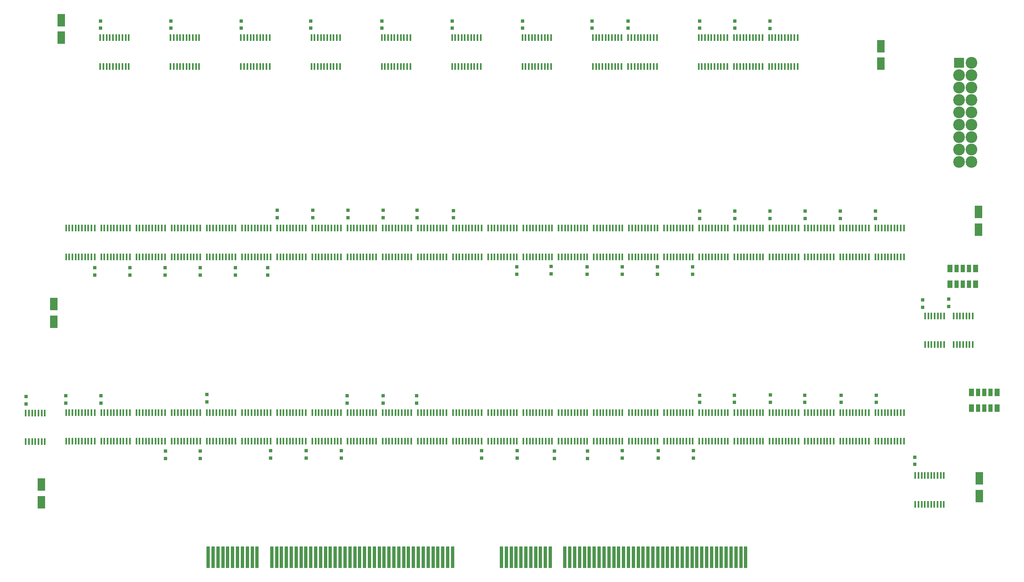
<source format=gts>
G04 #@! TF.GenerationSoftware,KiCad,Pcbnew,(5.0.0-rc2-35-gda6600525)*
G04 #@! TF.CreationDate,2018-07-08T09:44:57-07:00*
G04 #@! TF.ProjectId,shifter,736869667465722E6B696361645F7063,rev?*
G04 #@! TF.SameCoordinates,Original*
G04 #@! TF.FileFunction,Soldermask,Top*
G04 #@! TF.FilePolarity,Negative*
%FSLAX46Y46*%
G04 Gerber Fmt 4.6, Leading zero omitted, Abs format (unit mm)*
G04 Created by KiCad (PCBNEW (5.0.0-rc2-35-gda6600525)) date 07/08/18 09:44:57*
%MOMM*%
%LPD*%
G01*
G04 APERTURE LIST*
%ADD10R,0.750000X0.800000*%
%ADD11R,0.450000X1.450000*%
%ADD12R,0.700000X4.400000*%
%ADD13R,1.600000X2.600000*%
%ADD14C,2.400000*%
%ADD15R,2.000000X2.000000*%
%ADD16R,1.100000X1.500000*%
%ADD17R,0.900000X1.500000*%
G04 APERTURE END LIST*
D10*
G04 #@! TO.C,C30*
X156000000Y-53050000D03*
X156000000Y-54550000D03*
G04 #@! TD*
G04 #@! TO.C,C32*
X141600000Y-54550000D03*
X141600000Y-53050000D03*
G04 #@! TD*
G04 #@! TO.C,C33*
X84000000Y-53050000D03*
X84000000Y-54550000D03*
G04 #@! TD*
G04 #@! TO.C,C35*
X192000000Y-54550000D03*
X192000000Y-53050000D03*
G04 #@! TD*
G04 #@! TO.C,C36*
X221000000Y-54600000D03*
X221000000Y-53100000D03*
G04 #@! TD*
G04 #@! TO.C,C37*
X184600000Y-54550000D03*
X184600000Y-53050000D03*
G04 #@! TD*
G04 #@! TO.C,C38*
X213800000Y-54550000D03*
X213800000Y-53050000D03*
G04 #@! TD*
G04 #@! TO.C,C39*
X170400000Y-54550000D03*
X170400000Y-53050000D03*
G04 #@! TD*
G04 #@! TO.C,C40*
X206600000Y-54550000D03*
X206600000Y-53050000D03*
G04 #@! TD*
D11*
G04 #@! TO.C,U1*
X250750000Y-146200000D03*
X251400000Y-146200000D03*
X252050000Y-146200000D03*
X252700000Y-146200000D03*
X253350000Y-146200000D03*
X254000000Y-146200000D03*
X254650000Y-146200000D03*
X255300000Y-146200000D03*
X255950000Y-146200000D03*
X256600000Y-146200000D03*
X256600000Y-152100000D03*
X255950000Y-152100000D03*
X255300000Y-152100000D03*
X254650000Y-152100000D03*
X254000000Y-152100000D03*
X253350000Y-152100000D03*
X252700000Y-152100000D03*
X252050000Y-152100000D03*
X251400000Y-152100000D03*
X250750000Y-152100000D03*
G04 #@! TD*
G04 #@! TO.C,U2*
X252750000Y-113500000D03*
X253400000Y-113500000D03*
X254050000Y-113500000D03*
X254700000Y-113500000D03*
X255350000Y-113500000D03*
X256000000Y-113500000D03*
X256650000Y-113500000D03*
X256650000Y-119400000D03*
X256000000Y-119400000D03*
X255350000Y-119400000D03*
X254700000Y-119400000D03*
X254050000Y-119400000D03*
X253400000Y-119400000D03*
X252750000Y-119400000D03*
G04 #@! TD*
G04 #@! TO.C,U3*
X68700000Y-133400000D03*
X69350000Y-133400000D03*
X70000000Y-133400000D03*
X70650000Y-133400000D03*
X71300000Y-133400000D03*
X71950000Y-133400000D03*
X72600000Y-133400000D03*
X72600000Y-139300000D03*
X71950000Y-139300000D03*
X71300000Y-139300000D03*
X70650000Y-139300000D03*
X70000000Y-139300000D03*
X69350000Y-139300000D03*
X68700000Y-139300000D03*
G04 #@! TD*
G04 #@! TO.C,U4*
X258600000Y-119400000D03*
X259250000Y-119400000D03*
X259900000Y-119400000D03*
X260550000Y-119400000D03*
X261200000Y-119400000D03*
X261850000Y-119400000D03*
X262500000Y-119400000D03*
X262500000Y-113500000D03*
X261850000Y-113500000D03*
X261200000Y-113500000D03*
X260550000Y-113500000D03*
X259900000Y-113500000D03*
X259250000Y-113500000D03*
X258600000Y-113500000D03*
G04 #@! TD*
G04 #@! TO.C,U5*
X105750000Y-133300000D03*
X106400000Y-133300000D03*
X107050000Y-133300000D03*
X107700000Y-133300000D03*
X108350000Y-133300000D03*
X109000000Y-133300000D03*
X109650000Y-133300000D03*
X110300000Y-133300000D03*
X110950000Y-133300000D03*
X111600000Y-133300000D03*
X111600000Y-139200000D03*
X110950000Y-139200000D03*
X110300000Y-139200000D03*
X109650000Y-139200000D03*
X109000000Y-139200000D03*
X108350000Y-139200000D03*
X107700000Y-139200000D03*
X107050000Y-139200000D03*
X106400000Y-139200000D03*
X105750000Y-139200000D03*
G04 #@! TD*
G04 #@! TO.C,U6*
X134550000Y-139200000D03*
X135200000Y-139200000D03*
X135850000Y-139200000D03*
X136500000Y-139200000D03*
X137150000Y-139200000D03*
X137800000Y-139200000D03*
X138450000Y-139200000D03*
X139100000Y-139200000D03*
X139750000Y-139200000D03*
X140400000Y-139200000D03*
X140400000Y-133300000D03*
X139750000Y-133300000D03*
X139100000Y-133300000D03*
X138450000Y-133300000D03*
X137800000Y-133300000D03*
X137150000Y-133300000D03*
X136500000Y-133300000D03*
X135850000Y-133300000D03*
X135200000Y-133300000D03*
X134550000Y-133300000D03*
G04 #@! TD*
G04 #@! TO.C,U7*
X84150000Y-133300000D03*
X84800000Y-133300000D03*
X85450000Y-133300000D03*
X86100000Y-133300000D03*
X86750000Y-133300000D03*
X87400000Y-133300000D03*
X88050000Y-133300000D03*
X88700000Y-133300000D03*
X89350000Y-133300000D03*
X90000000Y-133300000D03*
X90000000Y-139200000D03*
X89350000Y-139200000D03*
X88700000Y-139200000D03*
X88050000Y-139200000D03*
X87400000Y-139200000D03*
X86750000Y-139200000D03*
X86100000Y-139200000D03*
X85450000Y-139200000D03*
X84800000Y-139200000D03*
X84150000Y-139200000D03*
G04 #@! TD*
G04 #@! TO.C,U8*
X148950000Y-139200000D03*
X149600000Y-139200000D03*
X150250000Y-139200000D03*
X150900000Y-139200000D03*
X151550000Y-139200000D03*
X152200000Y-139200000D03*
X152850000Y-139200000D03*
X153500000Y-139200000D03*
X154150000Y-139200000D03*
X154800000Y-139200000D03*
X154800000Y-133300000D03*
X154150000Y-133300000D03*
X153500000Y-133300000D03*
X152850000Y-133300000D03*
X152200000Y-133300000D03*
X151550000Y-133300000D03*
X150900000Y-133300000D03*
X150250000Y-133300000D03*
X149600000Y-133300000D03*
X148950000Y-133300000D03*
G04 #@! TD*
G04 #@! TO.C,U9*
X76950000Y-133300000D03*
X77600000Y-133300000D03*
X78250000Y-133300000D03*
X78900000Y-133300000D03*
X79550000Y-133300000D03*
X80200000Y-133300000D03*
X80850000Y-133300000D03*
X81500000Y-133300000D03*
X82150000Y-133300000D03*
X82800000Y-133300000D03*
X82800000Y-139200000D03*
X82150000Y-139200000D03*
X81500000Y-139200000D03*
X80850000Y-139200000D03*
X80200000Y-139200000D03*
X79550000Y-139200000D03*
X78900000Y-139200000D03*
X78250000Y-139200000D03*
X77600000Y-139200000D03*
X76950000Y-139200000D03*
G04 #@! TD*
G04 #@! TO.C,U10*
X141750000Y-139200000D03*
X142400000Y-139200000D03*
X143050000Y-139200000D03*
X143700000Y-139200000D03*
X144350000Y-139200000D03*
X145000000Y-139200000D03*
X145650000Y-139200000D03*
X146300000Y-139200000D03*
X146950000Y-139200000D03*
X147600000Y-139200000D03*
X147600000Y-133300000D03*
X146950000Y-133300000D03*
X146300000Y-133300000D03*
X145650000Y-133300000D03*
X145000000Y-133300000D03*
X144350000Y-133300000D03*
X143700000Y-133300000D03*
X143050000Y-133300000D03*
X142400000Y-133300000D03*
X141750000Y-133300000D03*
G04 #@! TD*
G04 #@! TO.C,U11*
X220950000Y-139200000D03*
X221600000Y-139200000D03*
X222250000Y-139200000D03*
X222900000Y-139200000D03*
X223550000Y-139200000D03*
X224200000Y-139200000D03*
X224850000Y-139200000D03*
X225500000Y-139200000D03*
X226150000Y-139200000D03*
X226800000Y-139200000D03*
X226800000Y-133300000D03*
X226150000Y-133300000D03*
X225500000Y-133300000D03*
X224850000Y-133300000D03*
X224200000Y-133300000D03*
X223550000Y-133300000D03*
X222900000Y-133300000D03*
X222250000Y-133300000D03*
X221600000Y-133300000D03*
X220950000Y-133300000D03*
G04 #@! TD*
G04 #@! TO.C,U12*
X242550000Y-133300000D03*
X243200000Y-133300000D03*
X243850000Y-133300000D03*
X244500000Y-133300000D03*
X245150000Y-133300000D03*
X245800000Y-133300000D03*
X246450000Y-133300000D03*
X247100000Y-133300000D03*
X247750000Y-133300000D03*
X248400000Y-133300000D03*
X248400000Y-139200000D03*
X247750000Y-139200000D03*
X247100000Y-139200000D03*
X246450000Y-139200000D03*
X245800000Y-139200000D03*
X245150000Y-139200000D03*
X244500000Y-139200000D03*
X243850000Y-139200000D03*
X243200000Y-139200000D03*
X242550000Y-139200000D03*
G04 #@! TD*
G04 #@! TO.C,U13*
X213750000Y-133300000D03*
X214400000Y-133300000D03*
X215050000Y-133300000D03*
X215700000Y-133300000D03*
X216350000Y-133300000D03*
X217000000Y-133300000D03*
X217650000Y-133300000D03*
X218300000Y-133300000D03*
X218950000Y-133300000D03*
X219600000Y-133300000D03*
X219600000Y-139200000D03*
X218950000Y-139200000D03*
X218300000Y-139200000D03*
X217650000Y-139200000D03*
X217000000Y-139200000D03*
X216350000Y-139200000D03*
X215700000Y-139200000D03*
X215050000Y-139200000D03*
X214400000Y-139200000D03*
X213750000Y-139200000D03*
G04 #@! TD*
G04 #@! TO.C,U14*
X235350000Y-139200000D03*
X236000000Y-139200000D03*
X236650000Y-139200000D03*
X237300000Y-139200000D03*
X237950000Y-139200000D03*
X238600000Y-139200000D03*
X239250000Y-139200000D03*
X239900000Y-139200000D03*
X240550000Y-139200000D03*
X241200000Y-139200000D03*
X241200000Y-133300000D03*
X240550000Y-133300000D03*
X239900000Y-133300000D03*
X239250000Y-133300000D03*
X238600000Y-133300000D03*
X237950000Y-133300000D03*
X237300000Y-133300000D03*
X236650000Y-133300000D03*
X236000000Y-133300000D03*
X235350000Y-133300000D03*
G04 #@! TD*
G04 #@! TO.C,U15*
X206550000Y-139200000D03*
X207200000Y-139200000D03*
X207850000Y-139200000D03*
X208500000Y-139200000D03*
X209150000Y-139200000D03*
X209800000Y-139200000D03*
X210450000Y-139200000D03*
X211100000Y-139200000D03*
X211750000Y-139200000D03*
X212400000Y-139200000D03*
X212400000Y-133300000D03*
X211750000Y-133300000D03*
X211100000Y-133300000D03*
X210450000Y-133300000D03*
X209800000Y-133300000D03*
X209150000Y-133300000D03*
X208500000Y-133300000D03*
X207850000Y-133300000D03*
X207200000Y-133300000D03*
X206550000Y-133300000D03*
G04 #@! TD*
G04 #@! TO.C,U17*
X134550000Y-101400000D03*
X135200000Y-101400000D03*
X135850000Y-101400000D03*
X136500000Y-101400000D03*
X137150000Y-101400000D03*
X137800000Y-101400000D03*
X138450000Y-101400000D03*
X139100000Y-101400000D03*
X139750000Y-101400000D03*
X140400000Y-101400000D03*
X140400000Y-95500000D03*
X139750000Y-95500000D03*
X139100000Y-95500000D03*
X138450000Y-95500000D03*
X137800000Y-95500000D03*
X137150000Y-95500000D03*
X136500000Y-95500000D03*
X135850000Y-95500000D03*
X135200000Y-95500000D03*
X134550000Y-95500000D03*
G04 #@! TD*
G04 #@! TO.C,U18*
X156150000Y-95500000D03*
X156800000Y-95500000D03*
X157450000Y-95500000D03*
X158100000Y-95500000D03*
X158750000Y-95500000D03*
X159400000Y-95500000D03*
X160050000Y-95500000D03*
X160700000Y-95500000D03*
X161350000Y-95500000D03*
X162000000Y-95500000D03*
X162000000Y-101400000D03*
X161350000Y-101400000D03*
X160700000Y-101400000D03*
X160050000Y-101400000D03*
X159400000Y-101400000D03*
X158750000Y-101400000D03*
X158100000Y-101400000D03*
X157450000Y-101400000D03*
X156800000Y-101400000D03*
X156150000Y-101400000D03*
G04 #@! TD*
G04 #@! TO.C,U19*
X127350000Y-101400000D03*
X128000000Y-101400000D03*
X128650000Y-101400000D03*
X129300000Y-101400000D03*
X129950000Y-101400000D03*
X130600000Y-101400000D03*
X131250000Y-101400000D03*
X131900000Y-101400000D03*
X132550000Y-101400000D03*
X133200000Y-101400000D03*
X133200000Y-95500000D03*
X132550000Y-95500000D03*
X131900000Y-95500000D03*
X131250000Y-95500000D03*
X130600000Y-95500000D03*
X129950000Y-95500000D03*
X129300000Y-95500000D03*
X128650000Y-95500000D03*
X128000000Y-95500000D03*
X127350000Y-95500000D03*
G04 #@! TD*
G04 #@! TO.C,U20*
X148950000Y-101400000D03*
X149600000Y-101400000D03*
X150250000Y-101400000D03*
X150900000Y-101400000D03*
X151550000Y-101400000D03*
X152200000Y-101400000D03*
X152850000Y-101400000D03*
X153500000Y-101400000D03*
X154150000Y-101400000D03*
X154800000Y-101400000D03*
X154800000Y-95500000D03*
X154150000Y-95500000D03*
X153500000Y-95500000D03*
X152850000Y-95500000D03*
X152200000Y-95500000D03*
X151550000Y-95500000D03*
X150900000Y-95500000D03*
X150250000Y-95500000D03*
X149600000Y-95500000D03*
X148950000Y-95500000D03*
G04 #@! TD*
G04 #@! TO.C,U21*
X120150000Y-101400000D03*
X120800000Y-101400000D03*
X121450000Y-101400000D03*
X122100000Y-101400000D03*
X122750000Y-101400000D03*
X123400000Y-101400000D03*
X124050000Y-101400000D03*
X124700000Y-101400000D03*
X125350000Y-101400000D03*
X126000000Y-101400000D03*
X126000000Y-95500000D03*
X125350000Y-95500000D03*
X124700000Y-95500000D03*
X124050000Y-95500000D03*
X123400000Y-95500000D03*
X122750000Y-95500000D03*
X122100000Y-95500000D03*
X121450000Y-95500000D03*
X120800000Y-95500000D03*
X120150000Y-95500000D03*
G04 #@! TD*
G04 #@! TO.C,U22*
X141750000Y-95500000D03*
X142400000Y-95500000D03*
X143050000Y-95500000D03*
X143700000Y-95500000D03*
X144350000Y-95500000D03*
X145000000Y-95500000D03*
X145650000Y-95500000D03*
X146300000Y-95500000D03*
X146950000Y-95500000D03*
X147600000Y-95500000D03*
X147600000Y-101400000D03*
X146950000Y-101400000D03*
X146300000Y-101400000D03*
X145650000Y-101400000D03*
X145000000Y-101400000D03*
X144350000Y-101400000D03*
X143700000Y-101400000D03*
X143050000Y-101400000D03*
X142400000Y-101400000D03*
X141750000Y-101400000D03*
G04 #@! TD*
G04 #@! TO.C,U23*
X220950000Y-95500000D03*
X221600000Y-95500000D03*
X222250000Y-95500000D03*
X222900000Y-95500000D03*
X223550000Y-95500000D03*
X224200000Y-95500000D03*
X224850000Y-95500000D03*
X225500000Y-95500000D03*
X226150000Y-95500000D03*
X226800000Y-95500000D03*
X226800000Y-101400000D03*
X226150000Y-101400000D03*
X225500000Y-101400000D03*
X224850000Y-101400000D03*
X224200000Y-101400000D03*
X223550000Y-101400000D03*
X222900000Y-101400000D03*
X222250000Y-101400000D03*
X221600000Y-101400000D03*
X220950000Y-101400000D03*
G04 #@! TD*
G04 #@! TO.C,U24*
X242550000Y-101400000D03*
X243200000Y-101400000D03*
X243850000Y-101400000D03*
X244500000Y-101400000D03*
X245150000Y-101400000D03*
X245800000Y-101400000D03*
X246450000Y-101400000D03*
X247100000Y-101400000D03*
X247750000Y-101400000D03*
X248400000Y-101400000D03*
X248400000Y-95500000D03*
X247750000Y-95500000D03*
X247100000Y-95500000D03*
X246450000Y-95500000D03*
X245800000Y-95500000D03*
X245150000Y-95500000D03*
X244500000Y-95500000D03*
X243850000Y-95500000D03*
X243200000Y-95500000D03*
X242550000Y-95500000D03*
G04 #@! TD*
G04 #@! TO.C,U25*
X213750000Y-95500000D03*
X214400000Y-95500000D03*
X215050000Y-95500000D03*
X215700000Y-95500000D03*
X216350000Y-95500000D03*
X217000000Y-95500000D03*
X217650000Y-95500000D03*
X218300000Y-95500000D03*
X218950000Y-95500000D03*
X219600000Y-95500000D03*
X219600000Y-101400000D03*
X218950000Y-101400000D03*
X218300000Y-101400000D03*
X217650000Y-101400000D03*
X217000000Y-101400000D03*
X216350000Y-101400000D03*
X215700000Y-101400000D03*
X215050000Y-101400000D03*
X214400000Y-101400000D03*
X213750000Y-101400000D03*
G04 #@! TD*
G04 #@! TO.C,U26*
X235350000Y-101400000D03*
X236000000Y-101400000D03*
X236650000Y-101400000D03*
X237300000Y-101400000D03*
X237950000Y-101400000D03*
X238600000Y-101400000D03*
X239250000Y-101400000D03*
X239900000Y-101400000D03*
X240550000Y-101400000D03*
X241200000Y-101400000D03*
X241200000Y-95500000D03*
X240550000Y-95500000D03*
X239900000Y-95500000D03*
X239250000Y-95500000D03*
X238600000Y-95500000D03*
X237950000Y-95500000D03*
X237300000Y-95500000D03*
X236650000Y-95500000D03*
X236000000Y-95500000D03*
X235350000Y-95500000D03*
G04 #@! TD*
G04 #@! TO.C,U27*
X206550000Y-95500000D03*
X207200000Y-95500000D03*
X207850000Y-95500000D03*
X208500000Y-95500000D03*
X209150000Y-95500000D03*
X209800000Y-95500000D03*
X210450000Y-95500000D03*
X211100000Y-95500000D03*
X211750000Y-95500000D03*
X212400000Y-95500000D03*
X212400000Y-101400000D03*
X211750000Y-101400000D03*
X211100000Y-101400000D03*
X210450000Y-101400000D03*
X209800000Y-101400000D03*
X209150000Y-101400000D03*
X208500000Y-101400000D03*
X207850000Y-101400000D03*
X207200000Y-101400000D03*
X206550000Y-101400000D03*
G04 #@! TD*
G04 #@! TO.C,U28*
X228150000Y-101400000D03*
X228800000Y-101400000D03*
X229450000Y-101400000D03*
X230100000Y-101400000D03*
X230750000Y-101400000D03*
X231400000Y-101400000D03*
X232050000Y-101400000D03*
X232700000Y-101400000D03*
X233350000Y-101400000D03*
X234000000Y-101400000D03*
X234000000Y-95500000D03*
X233350000Y-95500000D03*
X232700000Y-95500000D03*
X232050000Y-95500000D03*
X231400000Y-95500000D03*
X230750000Y-95500000D03*
X230100000Y-95500000D03*
X229450000Y-95500000D03*
X228800000Y-95500000D03*
X228150000Y-95500000D03*
G04 #@! TD*
G04 #@! TO.C,U29*
X112750000Y-62400000D03*
X113400000Y-62400000D03*
X114050000Y-62400000D03*
X114700000Y-62400000D03*
X115350000Y-62400000D03*
X116000000Y-62400000D03*
X116650000Y-62400000D03*
X117300000Y-62400000D03*
X117950000Y-62400000D03*
X118600000Y-62400000D03*
X118600000Y-56500000D03*
X117950000Y-56500000D03*
X117300000Y-56500000D03*
X116650000Y-56500000D03*
X116000000Y-56500000D03*
X115350000Y-56500000D03*
X114700000Y-56500000D03*
X114050000Y-56500000D03*
X113400000Y-56500000D03*
X112750000Y-56500000D03*
G04 #@! TD*
G04 #@! TO.C,U30*
X155950000Y-56500000D03*
X156600000Y-56500000D03*
X157250000Y-56500000D03*
X157900000Y-56500000D03*
X158550000Y-56500000D03*
X159200000Y-56500000D03*
X159850000Y-56500000D03*
X160500000Y-56500000D03*
X161150000Y-56500000D03*
X161800000Y-56500000D03*
X161800000Y-62400000D03*
X161150000Y-62400000D03*
X160500000Y-62400000D03*
X159850000Y-62400000D03*
X159200000Y-62400000D03*
X158550000Y-62400000D03*
X157900000Y-62400000D03*
X157250000Y-62400000D03*
X156600000Y-62400000D03*
X155950000Y-62400000D03*
G04 #@! TD*
G04 #@! TO.C,U31*
X98350000Y-62400000D03*
X99000000Y-62400000D03*
X99650000Y-62400000D03*
X100300000Y-62400000D03*
X100950000Y-62400000D03*
X101600000Y-62400000D03*
X102250000Y-62400000D03*
X102900000Y-62400000D03*
X103550000Y-62400000D03*
X104200000Y-62400000D03*
X104200000Y-56500000D03*
X103550000Y-56500000D03*
X102900000Y-56500000D03*
X102250000Y-56500000D03*
X101600000Y-56500000D03*
X100950000Y-56500000D03*
X100300000Y-56500000D03*
X99650000Y-56500000D03*
X99000000Y-56500000D03*
X98350000Y-56500000D03*
G04 #@! TD*
G04 #@! TO.C,U32*
X141550000Y-56500000D03*
X142200000Y-56500000D03*
X142850000Y-56500000D03*
X143500000Y-56500000D03*
X144150000Y-56500000D03*
X144800000Y-56500000D03*
X145450000Y-56500000D03*
X146100000Y-56500000D03*
X146750000Y-56500000D03*
X147400000Y-56500000D03*
X147400000Y-62400000D03*
X146750000Y-62400000D03*
X146100000Y-62400000D03*
X145450000Y-62400000D03*
X144800000Y-62400000D03*
X144150000Y-62400000D03*
X143500000Y-62400000D03*
X142850000Y-62400000D03*
X142200000Y-62400000D03*
X141550000Y-62400000D03*
G04 #@! TD*
G04 #@! TO.C,U33*
X83950000Y-62400000D03*
X84600000Y-62400000D03*
X85250000Y-62400000D03*
X85900000Y-62400000D03*
X86550000Y-62400000D03*
X87200000Y-62400000D03*
X87850000Y-62400000D03*
X88500000Y-62400000D03*
X89150000Y-62400000D03*
X89800000Y-62400000D03*
X89800000Y-56500000D03*
X89150000Y-56500000D03*
X88500000Y-56500000D03*
X87850000Y-56500000D03*
X87200000Y-56500000D03*
X86550000Y-56500000D03*
X85900000Y-56500000D03*
X85250000Y-56500000D03*
X84600000Y-56500000D03*
X83950000Y-56500000D03*
G04 #@! TD*
G04 #@! TO.C,U34*
X127150000Y-56500000D03*
X127800000Y-56500000D03*
X128450000Y-56500000D03*
X129100000Y-56500000D03*
X129750000Y-56500000D03*
X130400000Y-56500000D03*
X131050000Y-56500000D03*
X131700000Y-56500000D03*
X132350000Y-56500000D03*
X133000000Y-56500000D03*
X133000000Y-62400000D03*
X132350000Y-62400000D03*
X131700000Y-62400000D03*
X131050000Y-62400000D03*
X130400000Y-62400000D03*
X129750000Y-62400000D03*
X129100000Y-62400000D03*
X128450000Y-62400000D03*
X127800000Y-62400000D03*
X127150000Y-62400000D03*
G04 #@! TD*
G04 #@! TO.C,U35*
X192000000Y-56500000D03*
X192650000Y-56500000D03*
X193300000Y-56500000D03*
X193950000Y-56500000D03*
X194600000Y-56500000D03*
X195250000Y-56500000D03*
X195900000Y-56500000D03*
X196550000Y-56500000D03*
X197200000Y-56500000D03*
X197850000Y-56500000D03*
X197850000Y-62400000D03*
X197200000Y-62400000D03*
X196550000Y-62400000D03*
X195900000Y-62400000D03*
X195250000Y-62400000D03*
X194600000Y-62400000D03*
X193950000Y-62400000D03*
X193300000Y-62400000D03*
X192650000Y-62400000D03*
X192000000Y-62400000D03*
G04 #@! TD*
G04 #@! TO.C,U36*
X220800000Y-62400000D03*
X221450000Y-62400000D03*
X222100000Y-62400000D03*
X222750000Y-62400000D03*
X223400000Y-62400000D03*
X224050000Y-62400000D03*
X224700000Y-62400000D03*
X225350000Y-62400000D03*
X226000000Y-62400000D03*
X226650000Y-62400000D03*
X226650000Y-56500000D03*
X226000000Y-56500000D03*
X225350000Y-56500000D03*
X224700000Y-56500000D03*
X224050000Y-56500000D03*
X223400000Y-56500000D03*
X222750000Y-56500000D03*
X222100000Y-56500000D03*
X221450000Y-56500000D03*
X220800000Y-56500000D03*
G04 #@! TD*
G04 #@! TO.C,U37*
X184750000Y-56500000D03*
X185400000Y-56500000D03*
X186050000Y-56500000D03*
X186700000Y-56500000D03*
X187350000Y-56500000D03*
X188000000Y-56500000D03*
X188650000Y-56500000D03*
X189300000Y-56500000D03*
X189950000Y-56500000D03*
X190600000Y-56500000D03*
X190600000Y-62400000D03*
X189950000Y-62400000D03*
X189300000Y-62400000D03*
X188650000Y-62400000D03*
X188000000Y-62400000D03*
X187350000Y-62400000D03*
X186700000Y-62400000D03*
X186050000Y-62400000D03*
X185400000Y-62400000D03*
X184750000Y-62400000D03*
G04 #@! TD*
G04 #@! TO.C,U38*
X213600000Y-62400000D03*
X214250000Y-62400000D03*
X214900000Y-62400000D03*
X215550000Y-62400000D03*
X216200000Y-62400000D03*
X216850000Y-62400000D03*
X217500000Y-62400000D03*
X218150000Y-62400000D03*
X218800000Y-62400000D03*
X219450000Y-62400000D03*
X219450000Y-56500000D03*
X218800000Y-56500000D03*
X218150000Y-56500000D03*
X217500000Y-56500000D03*
X216850000Y-56500000D03*
X216200000Y-56500000D03*
X215550000Y-56500000D03*
X214900000Y-56500000D03*
X214250000Y-56500000D03*
X213600000Y-56500000D03*
G04 #@! TD*
G04 #@! TO.C,U39*
X170350000Y-56500000D03*
X171000000Y-56500000D03*
X171650000Y-56500000D03*
X172300000Y-56500000D03*
X172950000Y-56500000D03*
X173600000Y-56500000D03*
X174250000Y-56500000D03*
X174900000Y-56500000D03*
X175550000Y-56500000D03*
X176200000Y-56500000D03*
X176200000Y-62400000D03*
X175550000Y-62400000D03*
X174900000Y-62400000D03*
X174250000Y-62400000D03*
X173600000Y-62400000D03*
X172950000Y-62400000D03*
X172300000Y-62400000D03*
X171650000Y-62400000D03*
X171000000Y-62400000D03*
X170350000Y-62400000D03*
G04 #@! TD*
G04 #@! TO.C,U40*
X206400000Y-62400000D03*
X207050000Y-62400000D03*
X207700000Y-62400000D03*
X208350000Y-62400000D03*
X209000000Y-62400000D03*
X209650000Y-62400000D03*
X210300000Y-62400000D03*
X210950000Y-62400000D03*
X211600000Y-62400000D03*
X212250000Y-62400000D03*
X212250000Y-56500000D03*
X211600000Y-56500000D03*
X210950000Y-56500000D03*
X210300000Y-56500000D03*
X209650000Y-56500000D03*
X209000000Y-56500000D03*
X208350000Y-56500000D03*
X207700000Y-56500000D03*
X207050000Y-56500000D03*
X206400000Y-56500000D03*
G04 #@! TD*
G04 #@! TO.C,U41*
X97200000Y-95500000D03*
X96550000Y-95500000D03*
X95900000Y-95500000D03*
X95250000Y-95500000D03*
X94600000Y-95500000D03*
X93950000Y-95500000D03*
X93300000Y-95500000D03*
X92650000Y-95500000D03*
X92000000Y-95500000D03*
X91350000Y-95500000D03*
X91350000Y-101400000D03*
X92000000Y-101400000D03*
X92650000Y-101400000D03*
X93300000Y-101400000D03*
X93950000Y-101400000D03*
X94600000Y-101400000D03*
X95250000Y-101400000D03*
X95900000Y-101400000D03*
X96550000Y-101400000D03*
X97200000Y-101400000D03*
G04 #@! TD*
G04 #@! TO.C,U42*
X118800000Y-101400000D03*
X118150000Y-101400000D03*
X117500000Y-101400000D03*
X116850000Y-101400000D03*
X116200000Y-101400000D03*
X115550000Y-101400000D03*
X114900000Y-101400000D03*
X114250000Y-101400000D03*
X113600000Y-101400000D03*
X112950000Y-101400000D03*
X112950000Y-95500000D03*
X113600000Y-95500000D03*
X114250000Y-95500000D03*
X114900000Y-95500000D03*
X115550000Y-95500000D03*
X116200000Y-95500000D03*
X116850000Y-95500000D03*
X117500000Y-95500000D03*
X118150000Y-95500000D03*
X118800000Y-95500000D03*
G04 #@! TD*
G04 #@! TO.C,U43*
X90000000Y-95500000D03*
X89350000Y-95500000D03*
X88700000Y-95500000D03*
X88050000Y-95500000D03*
X87400000Y-95500000D03*
X86750000Y-95500000D03*
X86100000Y-95500000D03*
X85450000Y-95500000D03*
X84800000Y-95500000D03*
X84150000Y-95500000D03*
X84150000Y-101400000D03*
X84800000Y-101400000D03*
X85450000Y-101400000D03*
X86100000Y-101400000D03*
X86750000Y-101400000D03*
X87400000Y-101400000D03*
X88050000Y-101400000D03*
X88700000Y-101400000D03*
X89350000Y-101400000D03*
X90000000Y-101400000D03*
G04 #@! TD*
G04 #@! TO.C,U44*
X111600000Y-101400000D03*
X110950000Y-101400000D03*
X110300000Y-101400000D03*
X109650000Y-101400000D03*
X109000000Y-101400000D03*
X108350000Y-101400000D03*
X107700000Y-101400000D03*
X107050000Y-101400000D03*
X106400000Y-101400000D03*
X105750000Y-101400000D03*
X105750000Y-95500000D03*
X106400000Y-95500000D03*
X107050000Y-95500000D03*
X107700000Y-95500000D03*
X108350000Y-95500000D03*
X109000000Y-95500000D03*
X109650000Y-95500000D03*
X110300000Y-95500000D03*
X110950000Y-95500000D03*
X111600000Y-95500000D03*
G04 #@! TD*
G04 #@! TO.C,U45*
X82800000Y-101400000D03*
X82150000Y-101400000D03*
X81500000Y-101400000D03*
X80850000Y-101400000D03*
X80200000Y-101400000D03*
X79550000Y-101400000D03*
X78900000Y-101400000D03*
X78250000Y-101400000D03*
X77600000Y-101400000D03*
X76950000Y-101400000D03*
X76950000Y-95500000D03*
X77600000Y-95500000D03*
X78250000Y-95500000D03*
X78900000Y-95500000D03*
X79550000Y-95500000D03*
X80200000Y-95500000D03*
X80850000Y-95500000D03*
X81500000Y-95500000D03*
X82150000Y-95500000D03*
X82800000Y-95500000D03*
G04 #@! TD*
G04 #@! TO.C,U46*
X104400000Y-101400000D03*
X103750000Y-101400000D03*
X103100000Y-101400000D03*
X102450000Y-101400000D03*
X101800000Y-101400000D03*
X101150000Y-101400000D03*
X100500000Y-101400000D03*
X99850000Y-101400000D03*
X99200000Y-101400000D03*
X98550000Y-101400000D03*
X98550000Y-95500000D03*
X99200000Y-95500000D03*
X99850000Y-95500000D03*
X100500000Y-95500000D03*
X101150000Y-95500000D03*
X101800000Y-95500000D03*
X102450000Y-95500000D03*
X103100000Y-95500000D03*
X103750000Y-95500000D03*
X104400000Y-95500000D03*
G04 #@! TD*
G04 #@! TO.C,U47*
X183600000Y-101400000D03*
X182950000Y-101400000D03*
X182300000Y-101400000D03*
X181650000Y-101400000D03*
X181000000Y-101400000D03*
X180350000Y-101400000D03*
X179700000Y-101400000D03*
X179050000Y-101400000D03*
X178400000Y-101400000D03*
X177750000Y-101400000D03*
X177750000Y-95500000D03*
X178400000Y-95500000D03*
X179050000Y-95500000D03*
X179700000Y-95500000D03*
X180350000Y-95500000D03*
X181000000Y-95500000D03*
X181650000Y-95500000D03*
X182300000Y-95500000D03*
X182950000Y-95500000D03*
X183600000Y-95500000D03*
G04 #@! TD*
G04 #@! TO.C,U48*
X205200000Y-95500000D03*
X204550000Y-95500000D03*
X203900000Y-95500000D03*
X203250000Y-95500000D03*
X202600000Y-95500000D03*
X201950000Y-95500000D03*
X201300000Y-95500000D03*
X200650000Y-95500000D03*
X200000000Y-95500000D03*
X199350000Y-95500000D03*
X199350000Y-101400000D03*
X200000000Y-101400000D03*
X200650000Y-101400000D03*
X201300000Y-101400000D03*
X201950000Y-101400000D03*
X202600000Y-101400000D03*
X203250000Y-101400000D03*
X203900000Y-101400000D03*
X204550000Y-101400000D03*
X205200000Y-101400000D03*
G04 #@! TD*
G04 #@! TO.C,U49*
X176400000Y-101400000D03*
X175750000Y-101400000D03*
X175100000Y-101400000D03*
X174450000Y-101400000D03*
X173800000Y-101400000D03*
X173150000Y-101400000D03*
X172500000Y-101400000D03*
X171850000Y-101400000D03*
X171200000Y-101400000D03*
X170550000Y-101400000D03*
X170550000Y-95500000D03*
X171200000Y-95500000D03*
X171850000Y-95500000D03*
X172500000Y-95500000D03*
X173150000Y-95500000D03*
X173800000Y-95500000D03*
X174450000Y-95500000D03*
X175100000Y-95500000D03*
X175750000Y-95500000D03*
X176400000Y-95500000D03*
G04 #@! TD*
G04 #@! TO.C,U50*
X198000000Y-95500000D03*
X197350000Y-95500000D03*
X196700000Y-95500000D03*
X196050000Y-95500000D03*
X195400000Y-95500000D03*
X194750000Y-95500000D03*
X194100000Y-95500000D03*
X193450000Y-95500000D03*
X192800000Y-95500000D03*
X192150000Y-95500000D03*
X192150000Y-101400000D03*
X192800000Y-101400000D03*
X193450000Y-101400000D03*
X194100000Y-101400000D03*
X194750000Y-101400000D03*
X195400000Y-101400000D03*
X196050000Y-101400000D03*
X196700000Y-101400000D03*
X197350000Y-101400000D03*
X198000000Y-101400000D03*
G04 #@! TD*
G04 #@! TO.C,U51*
X169200000Y-101400000D03*
X168550000Y-101400000D03*
X167900000Y-101400000D03*
X167250000Y-101400000D03*
X166600000Y-101400000D03*
X165950000Y-101400000D03*
X165300000Y-101400000D03*
X164650000Y-101400000D03*
X164000000Y-101400000D03*
X163350000Y-101400000D03*
X163350000Y-95500000D03*
X164000000Y-95500000D03*
X164650000Y-95500000D03*
X165300000Y-95500000D03*
X165950000Y-95500000D03*
X166600000Y-95500000D03*
X167250000Y-95500000D03*
X167900000Y-95500000D03*
X168550000Y-95500000D03*
X169200000Y-95500000D03*
G04 #@! TD*
G04 #@! TO.C,U52*
X190800000Y-95500000D03*
X190150000Y-95500000D03*
X189500000Y-95500000D03*
X188850000Y-95500000D03*
X188200000Y-95500000D03*
X187550000Y-95500000D03*
X186900000Y-95500000D03*
X186250000Y-95500000D03*
X185600000Y-95500000D03*
X184950000Y-95500000D03*
X184950000Y-101400000D03*
X185600000Y-101400000D03*
X186250000Y-101400000D03*
X186900000Y-101400000D03*
X187550000Y-101400000D03*
X188200000Y-101400000D03*
X188850000Y-101400000D03*
X189500000Y-101400000D03*
X190150000Y-101400000D03*
X190800000Y-101400000D03*
G04 #@! TD*
G04 #@! TO.C,U53*
X133200000Y-133300000D03*
X132550000Y-133300000D03*
X131900000Y-133300000D03*
X131250000Y-133300000D03*
X130600000Y-133300000D03*
X129950000Y-133300000D03*
X129300000Y-133300000D03*
X128650000Y-133300000D03*
X128000000Y-133300000D03*
X127350000Y-133300000D03*
X127350000Y-139200000D03*
X128000000Y-139200000D03*
X128650000Y-139200000D03*
X129300000Y-139200000D03*
X129950000Y-139200000D03*
X130600000Y-139200000D03*
X131250000Y-139200000D03*
X131900000Y-139200000D03*
X132550000Y-139200000D03*
X133200000Y-139200000D03*
G04 #@! TD*
G04 #@! TO.C,U54*
X169200000Y-139200000D03*
X168550000Y-139200000D03*
X167900000Y-139200000D03*
X167250000Y-139200000D03*
X166600000Y-139200000D03*
X165950000Y-139200000D03*
X165300000Y-139200000D03*
X164650000Y-139200000D03*
X164000000Y-139200000D03*
X163350000Y-139200000D03*
X163350000Y-133300000D03*
X164000000Y-133300000D03*
X164650000Y-133300000D03*
X165300000Y-133300000D03*
X165950000Y-133300000D03*
X166600000Y-133300000D03*
X167250000Y-133300000D03*
X167900000Y-133300000D03*
X168550000Y-133300000D03*
X169200000Y-133300000D03*
G04 #@! TD*
G04 #@! TO.C,U55*
X97200000Y-133300000D03*
X96550000Y-133300000D03*
X95900000Y-133300000D03*
X95250000Y-133300000D03*
X94600000Y-133300000D03*
X93950000Y-133300000D03*
X93300000Y-133300000D03*
X92650000Y-133300000D03*
X92000000Y-133300000D03*
X91350000Y-133300000D03*
X91350000Y-139200000D03*
X92000000Y-139200000D03*
X92650000Y-139200000D03*
X93300000Y-139200000D03*
X93950000Y-139200000D03*
X94600000Y-139200000D03*
X95250000Y-139200000D03*
X95900000Y-139200000D03*
X96550000Y-139200000D03*
X97200000Y-139200000D03*
G04 #@! TD*
G04 #@! TO.C,U56*
X162000000Y-139200000D03*
X161350000Y-139200000D03*
X160700000Y-139200000D03*
X160050000Y-139200000D03*
X159400000Y-139200000D03*
X158750000Y-139200000D03*
X158100000Y-139200000D03*
X157450000Y-139200000D03*
X156800000Y-139200000D03*
X156150000Y-139200000D03*
X156150000Y-133300000D03*
X156800000Y-133300000D03*
X157450000Y-133300000D03*
X158100000Y-133300000D03*
X158750000Y-133300000D03*
X159400000Y-133300000D03*
X160050000Y-133300000D03*
X160700000Y-133300000D03*
X161350000Y-133300000D03*
X162000000Y-133300000D03*
G04 #@! TD*
G04 #@! TO.C,U57*
X104400000Y-133300000D03*
X103750000Y-133300000D03*
X103100000Y-133300000D03*
X102450000Y-133300000D03*
X101800000Y-133300000D03*
X101150000Y-133300000D03*
X100500000Y-133300000D03*
X99850000Y-133300000D03*
X99200000Y-133300000D03*
X98550000Y-133300000D03*
X98550000Y-139200000D03*
X99200000Y-139200000D03*
X99850000Y-139200000D03*
X100500000Y-139200000D03*
X101150000Y-139200000D03*
X101800000Y-139200000D03*
X102450000Y-139200000D03*
X103100000Y-139200000D03*
X103750000Y-139200000D03*
X104400000Y-139200000D03*
G04 #@! TD*
G04 #@! TO.C,U58*
X118800000Y-139200000D03*
X118150000Y-139200000D03*
X117500000Y-139200000D03*
X116850000Y-139200000D03*
X116200000Y-139200000D03*
X115550000Y-139200000D03*
X114900000Y-139200000D03*
X114250000Y-139200000D03*
X113600000Y-139200000D03*
X112950000Y-139200000D03*
X112950000Y-133300000D03*
X113600000Y-133300000D03*
X114250000Y-133300000D03*
X114900000Y-133300000D03*
X115550000Y-133300000D03*
X116200000Y-133300000D03*
X116850000Y-133300000D03*
X117500000Y-133300000D03*
X118150000Y-133300000D03*
X118800000Y-133300000D03*
G04 #@! TD*
G04 #@! TO.C,U59*
X183600000Y-133300000D03*
X182950000Y-133300000D03*
X182300000Y-133300000D03*
X181650000Y-133300000D03*
X181000000Y-133300000D03*
X180350000Y-133300000D03*
X179700000Y-133300000D03*
X179050000Y-133300000D03*
X178400000Y-133300000D03*
X177750000Y-133300000D03*
X177750000Y-139200000D03*
X178400000Y-139200000D03*
X179050000Y-139200000D03*
X179700000Y-139200000D03*
X180350000Y-139200000D03*
X181000000Y-139200000D03*
X181650000Y-139200000D03*
X182300000Y-139200000D03*
X182950000Y-139200000D03*
X183600000Y-139200000D03*
G04 #@! TD*
G04 #@! TO.C,U60*
X205200000Y-139200000D03*
X204550000Y-139200000D03*
X203900000Y-139200000D03*
X203250000Y-139200000D03*
X202600000Y-139200000D03*
X201950000Y-139200000D03*
X201300000Y-139200000D03*
X200650000Y-139200000D03*
X200000000Y-139200000D03*
X199350000Y-139200000D03*
X199350000Y-133300000D03*
X200000000Y-133300000D03*
X200650000Y-133300000D03*
X201300000Y-133300000D03*
X201950000Y-133300000D03*
X202600000Y-133300000D03*
X203250000Y-133300000D03*
X203900000Y-133300000D03*
X204550000Y-133300000D03*
X205200000Y-133300000D03*
G04 #@! TD*
G04 #@! TO.C,U61*
X176400000Y-133300000D03*
X175750000Y-133300000D03*
X175100000Y-133300000D03*
X174450000Y-133300000D03*
X173800000Y-133300000D03*
X173150000Y-133300000D03*
X172500000Y-133300000D03*
X171850000Y-133300000D03*
X171200000Y-133300000D03*
X170550000Y-133300000D03*
X170550000Y-139200000D03*
X171200000Y-139200000D03*
X171850000Y-139200000D03*
X172500000Y-139200000D03*
X173150000Y-139200000D03*
X173800000Y-139200000D03*
X174450000Y-139200000D03*
X175100000Y-139200000D03*
X175750000Y-139200000D03*
X176400000Y-139200000D03*
G04 #@! TD*
G04 #@! TO.C,U62*
X198000000Y-139200000D03*
X197350000Y-139200000D03*
X196700000Y-139200000D03*
X196050000Y-139200000D03*
X195400000Y-139200000D03*
X194750000Y-139200000D03*
X194100000Y-139200000D03*
X193450000Y-139200000D03*
X192800000Y-139200000D03*
X192150000Y-139200000D03*
X192150000Y-133300000D03*
X192800000Y-133300000D03*
X193450000Y-133300000D03*
X194100000Y-133300000D03*
X194750000Y-133300000D03*
X195400000Y-133300000D03*
X196050000Y-133300000D03*
X196700000Y-133300000D03*
X197350000Y-133300000D03*
X198000000Y-133300000D03*
G04 #@! TD*
G04 #@! TO.C,U63*
X126000000Y-133300000D03*
X125350000Y-133300000D03*
X124700000Y-133300000D03*
X124050000Y-133300000D03*
X123400000Y-133300000D03*
X122750000Y-133300000D03*
X122100000Y-133300000D03*
X121450000Y-133300000D03*
X120800000Y-133300000D03*
X120150000Y-133300000D03*
X120150000Y-139200000D03*
X120800000Y-139200000D03*
X121450000Y-139200000D03*
X122100000Y-139200000D03*
X122750000Y-139200000D03*
X123400000Y-139200000D03*
X124050000Y-139200000D03*
X124700000Y-139200000D03*
X125350000Y-139200000D03*
X126000000Y-139200000D03*
G04 #@! TD*
G04 #@! TO.C,U64*
X190800000Y-139200000D03*
X190150000Y-139200000D03*
X189500000Y-139200000D03*
X188850000Y-139200000D03*
X188200000Y-139200000D03*
X187550000Y-139200000D03*
X186900000Y-139200000D03*
X186250000Y-139200000D03*
X185600000Y-139200000D03*
X184950000Y-139200000D03*
X184950000Y-133300000D03*
X185600000Y-133300000D03*
X186250000Y-133300000D03*
X186900000Y-133300000D03*
X187550000Y-133300000D03*
X188200000Y-133300000D03*
X188850000Y-133300000D03*
X189500000Y-133300000D03*
X190150000Y-133300000D03*
X190800000Y-133300000D03*
G04 #@! TD*
G04 #@! TO.C,U16*
X228150000Y-133300000D03*
X228800000Y-133300000D03*
X229450000Y-133300000D03*
X230100000Y-133300000D03*
X230750000Y-133300000D03*
X231400000Y-133300000D03*
X232050000Y-133300000D03*
X232700000Y-133300000D03*
X233350000Y-133300000D03*
X234000000Y-133300000D03*
X234000000Y-139200000D03*
X233350000Y-139200000D03*
X232700000Y-139200000D03*
X232050000Y-139200000D03*
X231400000Y-139200000D03*
X230750000Y-139200000D03*
X230100000Y-139200000D03*
X229450000Y-139200000D03*
X228800000Y-139200000D03*
X228150000Y-139200000D03*
G04 #@! TD*
D12*
G04 #@! TO.C,P1*
X106040000Y-163010000D03*
X107040000Y-163010000D03*
X108040000Y-163010000D03*
X109040000Y-163010000D03*
X110040000Y-163010000D03*
X111040000Y-163010000D03*
X112040000Y-163010000D03*
X113040000Y-163010000D03*
X114040000Y-163010000D03*
X115040000Y-163010000D03*
X116040000Y-163010000D03*
X119040000Y-163010000D03*
X120040000Y-163010000D03*
X121040000Y-163010000D03*
X122040000Y-163010000D03*
X123040000Y-163010000D03*
X124040000Y-163010000D03*
X125040000Y-163010000D03*
X126040000Y-163010000D03*
X127040000Y-163010000D03*
X128040000Y-163010000D03*
X129040000Y-163010000D03*
X130040000Y-163010000D03*
X131040000Y-163010000D03*
X132040000Y-163010000D03*
X133040000Y-163010000D03*
X134040000Y-163010000D03*
X135040000Y-163010000D03*
X136040000Y-163010000D03*
X137040000Y-163010000D03*
X138040000Y-163010000D03*
X139040000Y-163010000D03*
X140040000Y-163010000D03*
X141040000Y-163010000D03*
X142040000Y-163010000D03*
X143040000Y-163010000D03*
X144040000Y-163010000D03*
X145040000Y-163010000D03*
X146040000Y-163010000D03*
X147040000Y-163010000D03*
X148040000Y-163010000D03*
X149040000Y-163010000D03*
X150040000Y-163010000D03*
X151040000Y-163010000D03*
X152040000Y-163010000D03*
X153040000Y-163010000D03*
X154040000Y-163010000D03*
X155040000Y-163010000D03*
X156040000Y-163010000D03*
X166040000Y-163010000D03*
X179040000Y-163010000D03*
X167040000Y-163010000D03*
X168040000Y-163010000D03*
X169040000Y-163010000D03*
X170040000Y-163010000D03*
X171040000Y-163010000D03*
X172040000Y-163010000D03*
X173040000Y-163010000D03*
X174040000Y-163010000D03*
X175040000Y-163010000D03*
X176040000Y-163010000D03*
X180040000Y-163010000D03*
X181040000Y-163010000D03*
X182040000Y-163010000D03*
X183040000Y-163010000D03*
X184040000Y-163010000D03*
X185040000Y-163010000D03*
X186040000Y-163010000D03*
X187040000Y-163010000D03*
X188040000Y-163010000D03*
X189040000Y-163010000D03*
X190040000Y-163010000D03*
X191040000Y-163010000D03*
X192040000Y-163010000D03*
X193040000Y-163010000D03*
X194040000Y-163010000D03*
X195040000Y-163010000D03*
X196040000Y-163010000D03*
X197040000Y-163010000D03*
X198040000Y-163010000D03*
X199040000Y-163010000D03*
X200040000Y-163010000D03*
X201040000Y-163010000D03*
X202040000Y-163010000D03*
X203040000Y-163010000D03*
X204040000Y-163010000D03*
X205040000Y-163010000D03*
X206040000Y-163010000D03*
X207040000Y-163010000D03*
X208040000Y-163010000D03*
X209040000Y-163010000D03*
X210040000Y-163010000D03*
X211040000Y-163010000D03*
X212040000Y-163010000D03*
X213040000Y-163010000D03*
X214040000Y-163010000D03*
X215040000Y-163010000D03*
X216040000Y-163010000D03*
G04 #@! TD*
D10*
G04 #@! TO.C,C1*
X250600000Y-142450000D03*
X250600000Y-143950000D03*
G04 #@! TD*
G04 #@! TO.C,C2*
X252200000Y-110250000D03*
X252200000Y-111750000D03*
G04 #@! TD*
G04 #@! TO.C,C3*
X68800000Y-130050000D03*
X68800000Y-131550000D03*
G04 #@! TD*
G04 #@! TO.C,C4*
X257600000Y-111550000D03*
X257600000Y-110050000D03*
G04 #@! TD*
G04 #@! TO.C,C5*
X105800000Y-129650000D03*
X105800000Y-131150000D03*
G04 #@! TD*
G04 #@! TO.C,C6*
X134500000Y-131350000D03*
X134500000Y-129850000D03*
G04 #@! TD*
G04 #@! TO.C,C7*
X84100000Y-129850000D03*
X84100000Y-131350000D03*
G04 #@! TD*
G04 #@! TO.C,C8*
X148700000Y-131350000D03*
X148700000Y-129850000D03*
G04 #@! TD*
G04 #@! TO.C,C9*
X76900000Y-129850000D03*
X76900000Y-131350000D03*
G04 #@! TD*
G04 #@! TO.C,C10*
X141800000Y-131350000D03*
X141800000Y-129850000D03*
G04 #@! TD*
G04 #@! TO.C,C11*
X221100000Y-131200000D03*
X221100000Y-129700000D03*
G04 #@! TD*
G04 #@! TO.C,C12*
X242800000Y-131250000D03*
X242800000Y-129750000D03*
G04 #@! TD*
G04 #@! TO.C,C13*
X213700000Y-131250000D03*
X213700000Y-129750000D03*
G04 #@! TD*
G04 #@! TO.C,C14*
X235600000Y-129750000D03*
X235600000Y-131250000D03*
G04 #@! TD*
G04 #@! TO.C,C15*
X206600000Y-131250000D03*
X206600000Y-129750000D03*
G04 #@! TD*
G04 #@! TO.C,C16*
X228100000Y-129750000D03*
X228100000Y-131250000D03*
G04 #@! TD*
G04 #@! TO.C,C17*
X134600000Y-91850000D03*
X134600000Y-93350000D03*
G04 #@! TD*
G04 #@! TO.C,C18*
X156200000Y-91900000D03*
X156200000Y-93400000D03*
G04 #@! TD*
G04 #@! TO.C,C19*
X127400000Y-93350000D03*
X127400000Y-91850000D03*
G04 #@! TD*
G04 #@! TO.C,C20*
X148800000Y-93350000D03*
X148800000Y-91850000D03*
G04 #@! TD*
G04 #@! TO.C,C21*
X120200000Y-91850000D03*
X120200000Y-93350000D03*
G04 #@! TD*
G04 #@! TO.C,C22*
X141800000Y-93350000D03*
X141800000Y-91850000D03*
G04 #@! TD*
G04 #@! TO.C,C23*
X221000000Y-92050000D03*
X221000000Y-93550000D03*
G04 #@! TD*
G04 #@! TO.C,C24*
X242600000Y-92050000D03*
X242600000Y-93550000D03*
G04 #@! TD*
G04 #@! TO.C,C25*
X213800000Y-92050000D03*
X213800000Y-93550000D03*
G04 #@! TD*
G04 #@! TO.C,C26*
X235400000Y-93550000D03*
X235400000Y-92050000D03*
G04 #@! TD*
G04 #@! TO.C,C27*
X206600000Y-93550000D03*
X206600000Y-92050000D03*
G04 #@! TD*
G04 #@! TO.C,C28*
X228200000Y-93550000D03*
X228200000Y-92050000D03*
G04 #@! TD*
G04 #@! TO.C,C29*
X112800000Y-53050000D03*
X112800000Y-54550000D03*
G04 #@! TD*
G04 #@! TO.C,C31*
X98400000Y-53050000D03*
X98400000Y-54550000D03*
G04 #@! TD*
G04 #@! TO.C,C34*
X127000000Y-54550000D03*
X127000000Y-53050000D03*
G04 #@! TD*
G04 #@! TO.C,C41*
X97200000Y-105150000D03*
X97200000Y-103650000D03*
G04 #@! TD*
G04 #@! TO.C,C42*
X118200000Y-103650000D03*
X118200000Y-105150000D03*
G04 #@! TD*
G04 #@! TO.C,C43*
X90000000Y-105150000D03*
X90000000Y-103650000D03*
G04 #@! TD*
G04 #@! TO.C,C44*
X111600000Y-103650000D03*
X111600000Y-105150000D03*
G04 #@! TD*
G04 #@! TO.C,C45*
X82800000Y-105150000D03*
X82800000Y-103650000D03*
G04 #@! TD*
G04 #@! TO.C,C46*
X104400000Y-105150000D03*
X104400000Y-103650000D03*
G04 #@! TD*
G04 #@! TO.C,C47*
X183600000Y-103450000D03*
X183600000Y-104950000D03*
G04 #@! TD*
G04 #@! TO.C,C48*
X205200000Y-104950000D03*
X205200000Y-103450000D03*
G04 #@! TD*
G04 #@! TO.C,C49*
X176200000Y-103400000D03*
X176200000Y-104900000D03*
G04 #@! TD*
G04 #@! TO.C,C50*
X198000000Y-103450000D03*
X198000000Y-104950000D03*
G04 #@! TD*
G04 #@! TO.C,C51*
X169200000Y-104950000D03*
X169200000Y-103450000D03*
G04 #@! TD*
G04 #@! TO.C,C52*
X190800000Y-103450000D03*
X190800000Y-104950000D03*
G04 #@! TD*
G04 #@! TO.C,C53*
X133300000Y-142650000D03*
X133300000Y-141150000D03*
G04 #@! TD*
G04 #@! TO.C,C54*
X169300000Y-142650000D03*
X169300000Y-141150000D03*
G04 #@! TD*
G04 #@! TO.C,C55*
X97300000Y-141250000D03*
X97300000Y-142750000D03*
G04 #@! TD*
G04 #@! TO.C,C56*
X162000000Y-141150000D03*
X162000000Y-142650000D03*
G04 #@! TD*
G04 #@! TO.C,C57*
X104400000Y-141250000D03*
X104400000Y-142750000D03*
G04 #@! TD*
G04 #@! TO.C,C58*
X118800000Y-142650000D03*
X118800000Y-141150000D03*
G04 #@! TD*
G04 #@! TO.C,C59*
X183700000Y-141250000D03*
X183700000Y-142750000D03*
G04 #@! TD*
G04 #@! TO.C,C60*
X205300000Y-142650000D03*
X205300000Y-141150000D03*
G04 #@! TD*
G04 #@! TO.C,C61*
X176900000Y-141250000D03*
X176900000Y-142750000D03*
G04 #@! TD*
G04 #@! TO.C,C62*
X198100000Y-141150000D03*
X198100000Y-142650000D03*
G04 #@! TD*
G04 #@! TO.C,C63*
X126100000Y-142650000D03*
X126100000Y-141150000D03*
G04 #@! TD*
G04 #@! TO.C,C64*
X190800000Y-141150000D03*
X190800000Y-142650000D03*
G04 #@! TD*
D13*
G04 #@! TO.C,C100*
X76000000Y-52900000D03*
X76000000Y-56500000D03*
G04 #@! TD*
G04 #@! TO.C,C101*
X74400000Y-114700000D03*
X74400000Y-111100000D03*
G04 #@! TD*
G04 #@! TO.C,C102*
X243700000Y-58200000D03*
X243700000Y-61800000D03*
G04 #@! TD*
G04 #@! TO.C,C103*
X263700000Y-92200000D03*
X263700000Y-95800000D03*
G04 #@! TD*
G04 #@! TO.C,C104*
X263800000Y-150400000D03*
X263800000Y-146800000D03*
G04 #@! TD*
G04 #@! TO.C,C105*
X71900000Y-148100000D03*
X71900000Y-151700000D03*
G04 #@! TD*
D14*
G04 #@! TO.C,J1*
X262240000Y-81920000D03*
X262240000Y-79380000D03*
X262240000Y-76840000D03*
X262240000Y-74300000D03*
X262240000Y-71760000D03*
X262240000Y-69220000D03*
X262240000Y-66680000D03*
X262240000Y-64140000D03*
X262240000Y-61600000D03*
X259700000Y-81920000D03*
X259700000Y-79380000D03*
X259700000Y-76840000D03*
X259700000Y-74300000D03*
X259700000Y-71760000D03*
X259700000Y-69220000D03*
X259700000Y-66680000D03*
X259700000Y-64140000D03*
D15*
X259700000Y-61600000D03*
G04 #@! TD*
D16*
G04 #@! TO.C,RN1*
X262200000Y-129200000D03*
X262200000Y-132400000D03*
D17*
X263570000Y-129200000D03*
X263570000Y-132400000D03*
X264840000Y-129200000D03*
X264840000Y-132400000D03*
X266110000Y-129200000D03*
X266110000Y-132400000D03*
D16*
X267480000Y-129200000D03*
X267480000Y-132400000D03*
G04 #@! TD*
G04 #@! TO.C,RN2*
X263080000Y-107000000D03*
X263080000Y-103800000D03*
D17*
X261710000Y-107000000D03*
X261710000Y-103800000D03*
X260440000Y-107000000D03*
X260440000Y-103800000D03*
X259170000Y-107000000D03*
X259170000Y-103800000D03*
D16*
X257800000Y-107000000D03*
X257800000Y-103800000D03*
G04 #@! TD*
M02*

</source>
